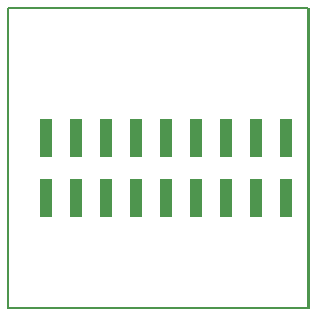
<source format=gtp>
G75*
%MOIN*%
%OFA0B0*%
%FSLAX25Y25*%
%IPPOS*%
%LPD*%
%AMOC8*
5,1,8,0,0,1.08239X$1,22.5*
%
%ADD10C,0.00000*%
%ADD11C,0.00500*%
%ADD12R,0.04000X0.13000*%
D10*
X0005829Y0005829D02*
X0005829Y0105790D01*
X0106030Y0105790D01*
X0106030Y0005829D01*
X0005829Y0005829D01*
D11*
X0105829Y0005829D01*
X0105829Y0105829D01*
X0005829Y0105829D01*
X0005829Y0005829D01*
D12*
X0018329Y0042329D03*
X0028329Y0042329D03*
X0038329Y0042329D03*
X0048329Y0042329D03*
X0058329Y0042329D03*
X0068329Y0042329D03*
X0078329Y0042329D03*
X0088329Y0042329D03*
X0098329Y0042329D03*
X0098329Y0062329D03*
X0088329Y0062329D03*
X0078329Y0062329D03*
X0068329Y0062329D03*
X0058329Y0062329D03*
X0048329Y0062329D03*
X0038329Y0062329D03*
X0028329Y0062329D03*
X0018329Y0062329D03*
M02*

</source>
